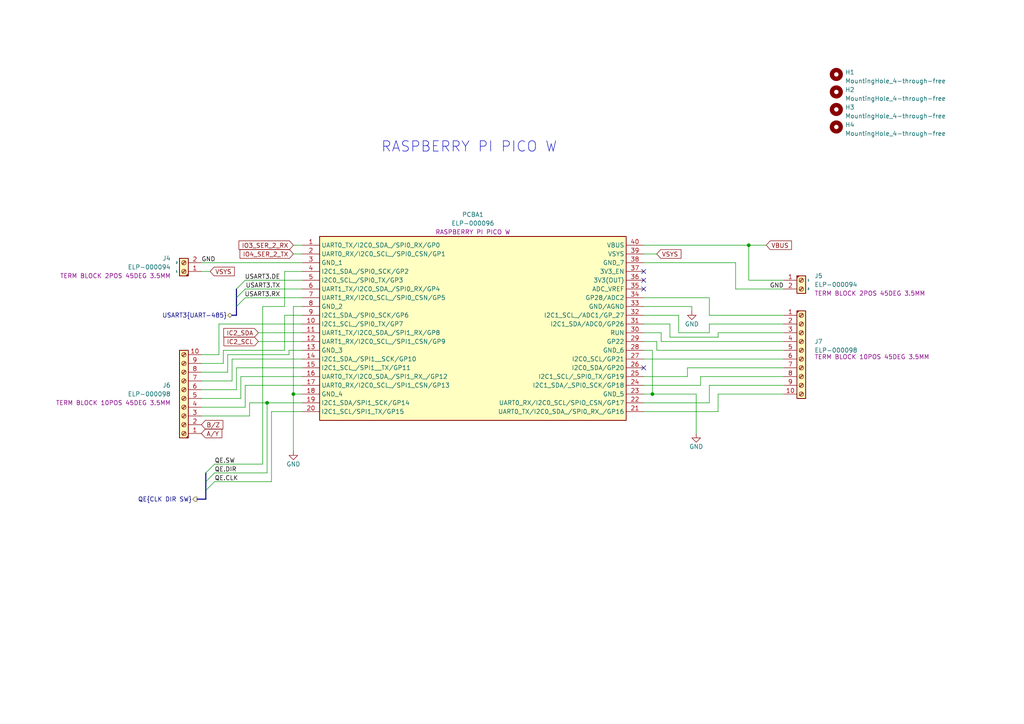
<source format=kicad_sch>
(kicad_sch (version 20230121) (generator eeschema)
  (paper "A4")
  (lib_symbols
    (symbol "1_EarthLCD:ELP-000094" (pin_names (offset 3))
      (property "Reference" "J" (at 1.27 2.54 0))
      (property "Value" "ELP-000094" (at 2.54 -2.54 0))
      (property "Info" "TERM BLOCK 2POS 45DEG 3.5MM" (at 2.54 -7.62 0))
      (symbol "ELP-000094_0_1"
        (polyline (pts (xy 1.27 -0.508) (xy 0.635 -1.27) (xy 1.27 -0.762) (xy 0.889 -1.27) (xy 1.27 -1.016)))
      )
      (symbol "ELP-000094_1_1"
        (rectangle (start -3.81 1.27) (end 1.27 -1.27) (stroke (width 0.254)) (fill (type background)))
        (circle (center -2.54 0) (radius 0.635) (stroke (width 0.1524)))
        (polyline (pts (xy -3.048 -0.3556) (xy -2.2098 0.508)) (stroke (width 0.1524)))
        (polyline (pts (xy -2.8702 -0.5334) (xy -2.032 0.3302)) (stroke (width 0.1524)))
        (polyline (pts (xy -0.508 -0.3556) (xy 0.3302 0.508)) (stroke (width 0.1524)))
        (polyline (pts (xy -0.3302 -0.5334) (xy 0.508 0.3302)) (stroke (width 0.1524)))
        (circle (center 0 0) (radius 0.635) (stroke (width 0.1524)))
        (pin passive line (at 0 -5.08 90) (length 3.81) (name "1") (number "1"))
        (pin passive line (at -2.54 -5.08 90) (length 3.81) (name "2") (number "2"))
      )
    )
    (symbol "1_EarthLCD:ELP-000096"
      (property "Reference" "PCBA" (at 6.35 5.08 0))
      (property "Value" "ELP-000096" (at 6.35 -53.34 0))
      (property "Info" "RASPBERRY PI PICO W" (at 16.51 -59.69 0))
      (symbol "ELP-000096_1_1"
        (rectangle (start 5.08 2.54) (end 93.98 -50.8) (stroke (width 0.254)) (fill (type background)))
        (pin passive line (at 0 0 0) (length 5.08) (name "UART0_TX/I2C0_SDA_/SPI0_RX/GP0") (number "1"))
        (pin passive line (at 0 -22.86 0) (length 5.08) (name "I2C1_SCL_/SPI0_TX/GP7") (number "10"))
        (pin passive line (at 0 -25.4 0) (length 5.08) (name "UART1_TX/I2C0_SDA_/SPI1_RX/GP8") (number "11"))
        (pin passive line (at 0 -27.94 0) (length 5.08) (name "UART1_RX/I2C0_SCL_/SPI1_CSN/GP9") (number "12"))
        (pin passive line (at 0 -30.48 0) (length 5.08) (name "GND_3") (number "13"))
        (pin passive line (at 0 -33.02 0) (length 5.08) (name "I2C1_SDA_/SPI1__SCK/GP10") (number "14"))
        (pin passive line (at 0 -35.56 0) (length 5.08) (name "I2C1_SCL_/SPI1__TX/GP11") (number "15"))
        (pin passive line (at 0 -38.1 0) (length 5.08) (name "UART0_TX/I2C0_SDA_/SPI1_RX_/GP12") (number "16"))
        (pin passive line (at 0 -40.64 0) (length 5.08) (name "UART0_RX/I2C0_SCL_/SPI1_CSN/GP13") (number "17"))
        (pin passive line (at 0 -43.18 0) (length 5.08) (name "GND_4") (number "18"))
        (pin passive line (at 0 -45.72 0) (length 5.08) (name "I2C1_SDA/SPI1_SCK/GP14") (number "19"))
        (pin passive line (at 0 -2.54 0) (length 5.08) (name "UART0_RX/I2C0_SCL_/SPI0_CSN/GP1") (number "2"))
        (pin passive line (at 0 -48.26 0) (length 5.08) (name "I2C1_SCL/SPI1_TX/GP15") (number "20"))
        (pin passive line (at 99.06 -48.26 180) (length 5.08) (name "UART0_TX/I2C0_SDA_/SPI0_RX_/GP16") (number "21"))
        (pin passive line (at 99.06 -45.72 180) (length 5.08) (name "UART0_RX/I2C0_SCL/SPIO_CSN/GP17") (number "22"))
        (pin passive line (at 99.06 -43.18 180) (length 5.08) (name "GND_5") (number "23"))
        (pin passive line (at 99.06 -40.64 180) (length 5.08) (name "I2C1_SDA/_SPI0_SCK/GP18") (number "24"))
        (pin passive line (at 99.06 -38.1 180) (length 5.08) (name "I2C1_SCL/_SPI0_TX/GP19") (number "25"))
        (pin passive line (at 99.06 -35.56 180) (length 5.08) (name "I2C0_SDA/GP20") (number "26"))
        (pin passive line (at 99.06 -33.02 180) (length 5.08) (name "I2C0_SCL/GP21") (number "27"))
        (pin passive line (at 99.06 -30.48 180) (length 5.08) (name "GND_6") (number "28"))
        (pin passive line (at 99.06 -27.94 180) (length 5.08) (name "GP22") (number "29"))
        (pin passive line (at 0 -5.08 0) (length 5.08) (name "GND_1") (number "3"))
        (pin passive line (at 99.06 -25.4 180) (length 5.08) (name "RUN") (number "30"))
        (pin passive line (at 99.06 -22.86 180) (length 5.08) (name "I2C1_SDA/ADC0/GP26") (number "31"))
        (pin passive line (at 99.06 -20.32 180) (length 5.08) (name "I2C1_SCL_/ADC1/GP_27") (number "32"))
        (pin passive line (at 99.06 -17.78 180) (length 5.08) (name "GND/AGND") (number "33"))
        (pin passive line (at 99.06 -15.24 180) (length 5.08) (name "GP28/ADC2") (number "34"))
        (pin passive line (at 99.06 -12.7 180) (length 5.08) (name "ADC_VREF") (number "35"))
        (pin passive line (at 99.06 -10.16 180) (length 5.08) (name "3V3(OUT)") (number "36"))
        (pin passive line (at 99.06 -7.62 180) (length 5.08) (name "3V3_EN") (number "37"))
        (pin passive line (at 99.06 -5.08 180) (length 5.08) (name "GND_7") (number "38"))
        (pin passive line (at 99.06 -2.54 180) (length 5.08) (name "VSYS") (number "39"))
        (pin passive line (at 0 -7.62 0) (length 5.08) (name "I2C1_SDA_/SPI0_SCK/GP2") (number "4"))
        (pin passive line (at 99.06 0 180) (length 5.08) (name "VBUS") (number "40"))
        (pin passive line (at 0 -10.16 0) (length 5.08) (name "I2C0_SCL_/SPI0_TX/GP3") (number "5"))
        (pin passive line (at 0 -12.7 0) (length 5.08) (name "UART1_TX/I2C0_SDA_/SPI0_RX/GP4") (number "6"))
        (pin passive line (at 0 -15.24 0) (length 5.08) (name "UART1_RX/I2C0_SCL_/SPI0_CSN/GP5") (number "7"))
        (pin passive line (at 0 -17.78 0) (length 5.08) (name "GND_2") (number "8"))
        (pin passive line (at 0 -20.32 0) (length 5.08) (name "I2C1_SDA_/SPI0_SCK/GP6") (number "9"))
      )
    )
    (symbol "1_EarthLCD:ELP-000098" (pin_names (offset 1.016) hide)
      (property "Reference" "J" (at 10.16 2.54 0))
      (property "Value" "ELP-000098" (at 12.7 -1.27 0))
      (property "Info" "TERM BLOCK 10POS 45DEG 3.5MM" (at 12.7 -6.35 0))
      (symbol "ELP-000098_0_1"
        (polyline (pts (xy 11.43 -0.635) (xy 10.795 -1.27) (xy 11.43 -0.762) (xy 11.049 -1.27) (xy 11.43 -1.016)))
      )
      (symbol "ELP-000098_1_1"
        (rectangle (start -13.97 1.27) (end 11.43 -1.27) (stroke (width 0.254)) (fill (type background)))
        (circle (center -12.7 0) (radius 0.635) (stroke (width 0.1524)))
        (circle (center -10.16 0) (radius 0.635) (stroke (width 0.1524)))
        (circle (center -7.62 0) (radius 0.635) (stroke (width 0.1524)))
        (circle (center -5.08 0) (radius 0.635) (stroke (width 0.1524)))
        (circle (center -2.54 0) (radius 0.635) (stroke (width 0.1524)))
        (polyline (pts (xy -13.208 -0.3556) (xy -12.3698 0.508)) (stroke (width 0.1524)))
        (polyline (pts (xy -13.0302 -0.5334) (xy -12.192 0.3302)) (stroke (width 0.1524)))
        (polyline (pts (xy -10.668 -0.3556) (xy -9.8298 0.508)) (stroke (width 0.1524)))
        (polyline (pts (xy -10.4902 -0.5334) (xy -9.652 0.3302)) (stroke (width 0.1524)))
        (polyline (pts (xy -8.128 -0.3556) (xy -7.2898 0.508)) (stroke (width 0.1524)))
        (polyline (pts (xy -7.9502 -0.5334) (xy -7.112 0.3302)) (stroke (width 0.1524)))
        (polyline (pts (xy -5.588 -0.3556) (xy -4.7498 0.508)) (stroke (width 0.1524)))
        (polyline (pts (xy -5.4102 -0.5334) (xy -4.572 0.3302)) (stroke (width 0.1524)))
        (polyline (pts (xy -3.048 -0.3556) (xy -2.2098 0.508)) (stroke (width 0.1524)))
        (polyline (pts (xy -2.8702 -0.5334) (xy -2.032 0.3302)) (stroke (width 0.1524)))
        (polyline (pts (xy -0.508 -0.3556) (xy 0.3302 0.508)) (stroke (width 0.1524)))
        (polyline (pts (xy -0.3302 -0.5334) (xy 0.508 0.3302)) (stroke (width 0.1524)))
        (polyline (pts (xy 2.032 -0.3556) (xy 2.8702 0.508)) (stroke (width 0.1524)))
        (polyline (pts (xy 2.2098 -0.5334) (xy 3.048 0.3302)) (stroke (width 0.1524)))
        (polyline (pts (xy 4.572 -0.3556) (xy 5.4102 0.508)) (stroke (width 0.1524)))
        (polyline (pts (xy 4.7498 -0.5334) (xy 5.588 0.3302)) (stroke (width 0.1524)))
        (polyline (pts (xy 7.112 -0.3556) (xy 7.9502 0.508)) (stroke (width 0.1524)))
        (polyline (pts (xy 7.2898 -0.5334) (xy 8.128 0.3302)) (stroke (width 0.1524)))
        (polyline (pts (xy 9.652 -0.3556) (xy 10.4902 0.508)) (stroke (width 0.1524)))
        (polyline (pts (xy 9.8298 -0.5334) (xy 10.668 0.3302)) (stroke (width 0.1524)))
        (circle (center 0 0) (radius 0.635) (stroke (width 0.1524)))
        (circle (center 2.54 0) (radius 0.635) (stroke (width 0.1524)))
        (circle (center 5.08 0) (radius 0.635) (stroke (width 0.1524)))
        (circle (center 7.62 0) (radius 0.635) (stroke (width 0.1524)))
        (circle (center 10.16 0) (radius 0.635) (stroke (width 0.1524)))
        (pin passive line (at 10.16 -5.08 90) (length 3.81) (name "Pin_1") (number "1"))
        (pin passive line (at -12.7 -5.08 90) (length 3.81) (name "Pin_10") (number "10"))
        (pin passive line (at 7.62 -5.08 90) (length 3.81) (name "Pin_2") (number "2"))
        (pin passive line (at 5.08 -5.08 90) (length 3.81) (name "Pin_3") (number "3"))
        (pin passive line (at 2.54 -5.08 90) (length 3.81) (name "Pin_4") (number "4"))
        (pin passive line (at 0 -5.08 90) (length 3.81) (name "Pin_5") (number "5"))
        (pin passive line (at -2.54 -5.08 90) (length 3.81) (name "Pin_6") (number "6"))
        (pin passive line (at -5.08 -5.08 90) (length 3.81) (name "Pin_7") (number "7"))
        (pin passive line (at -7.62 -5.08 90) (length 3.81) (name "Pin_8") (number "8"))
        (pin passive line (at -10.16 -5.08 90) (length 3.81) (name "Pin_9") (number "9"))
      )
    )
    (symbol "1_EarthLCD:MountingHole_4-through-free" (pin_numbers hide) (pin_names (offset 1.016) hide) (in_bom no)
      (property "Reference" "H" (at -2.54 3.81 90))
      (property "Value" "MountingHole_4-through-free" (at 0 3.81 90))
      (symbol "MountingHole_4-through-free_0_1"
        (circle (center 0 1.27) (radius 1.27) (stroke (width 1.27)))
      )
    )
    (symbol "power:GND" (power) (pin_names (offset 0))
      (property "Value" "GND" (at 0 -3.81 0))
      (symbol "GND_0_1"
        (polyline (pts (xy 0 0) (xy 0 -1.27) (xy 1.27 -1.27) (xy 0 -2.54) (xy -1.27 -1.27) (xy 0 -1.27)))
      )
      (symbol "GND_1_1"
        (pin power_in line (at 0 0 270) (length 0) hide (name "GND") (number "1"))
      )
    )
  )
  (junction (at 217.17 71.12))
  (junction (at 189.23 114.3))
  (junction (at 85.09 114.3))
  (junction (at 77.47 116.84))
  (no_connect (at 186.69 81.28))
  (no_connect (at 186.69 83.82))
  (no_connect (at 186.69 78.74))
  (no_connect (at 186.69 106.68))
  (bus_entry (at 59.69 137.16) (size 2.54 -2.54))
  (bus_entry (at 68.58 86.36) (size 2.54 -2.54))
  (bus_entry (at 59.69 139.7) (size 2.54 -2.54))
  (bus_entry (at 68.58 88.9) (size 2.54 -2.54))
  (bus_entry (at 59.69 142.24) (size 2.54 -2.54))
  (bus_entry (at 68.58 83.82) (size 2.54 -2.54))
  (wire (pts (xy 69.85 109.22) (xy 69.85 115.57)))
  (wire (pts (xy 205.74 86.36) (xy 205.74 91.44)))
  (wire (pts (xy 194.31 97.79) (xy 208.28 97.79)))
  (wire (pts (xy 186.69 114.3) (xy 189.23 114.3)))
  (wire (pts (xy 67.31 104.14) (xy 67.31 110.49)))
  (wire (pts (xy 227.33 106.68) (xy 199.39 106.68)))
  (bus (pts (xy 67.31 91.44) (xy 68.58 91.44)))
  (wire (pts (xy 217.17 71.12) (xy 222.25 71.12)))
  (wire (pts (xy 186.69 88.9) (xy 200.66 88.9)))
  (bus (pts (xy 68.58 91.44) (xy 68.58 88.9)))
  (wire (pts (xy 68.58 106.68) (xy 68.58 113.03)))
  (wire (pts (xy 78.74 119.38) (xy 87.63 119.38)))
  (wire (pts (xy 58.42 105.41) (xy 64.77 105.41)))
  (wire (pts (xy 77.47 116.84) (xy 87.63 116.84)))
  (wire (pts (xy 62.23 134.62) (xy 76.2 134.62)))
  (wire (pts (xy 62.23 137.16) (xy 77.47 137.16)))
  (wire (pts (xy 203.2 111.76) (xy 186.69 111.76)))
  (wire (pts (xy 190.5 99.06) (xy 190.5 101.6)))
  (wire (pts (xy 85.09 73.66) (xy 87.63 73.66)))
  (wire (pts (xy 76.2 88.9) (xy 82.55 88.9)))
  (wire (pts (xy 205.74 111.76) (xy 205.74 116.84)))
  (wire (pts (xy 74.93 99.06) (xy 87.63 99.06)))
  (wire (pts (xy 87.63 78.74) (xy 82.55 78.74)))
  (wire (pts (xy 66.04 107.95) (xy 58.42 107.95)))
  (wire (pts (xy 213.36 76.2) (xy 213.36 83.82)))
  (wire (pts (xy 60.96 78.74) (xy 58.42 78.74)))
  (wire (pts (xy 186.69 99.06) (xy 190.5 99.06)))
  (wire (pts (xy 82.55 101.6) (xy 64.77 101.6)))
  (wire (pts (xy 186.69 91.44) (xy 196.85 91.44)))
  (wire (pts (xy 74.93 96.52) (xy 87.63 96.52)))
  (wire (pts (xy 58.42 115.57) (xy 69.85 115.57)))
  (wire (pts (xy 71.12 111.76) (xy 71.12 118.11)))
  (wire (pts (xy 191.77 96.52) (xy 191.77 99.06)))
  (wire (pts (xy 71.12 81.28) (xy 87.63 81.28)))
  (wire (pts (xy 58.42 113.03) (xy 68.58 113.03)))
  (wire (pts (xy 69.85 109.22) (xy 87.63 109.22)))
  (wire (pts (xy 205.74 91.44) (xy 227.33 91.44)))
  (wire (pts (xy 199.39 106.68) (xy 199.39 109.22)))
  (wire (pts (xy 208.28 114.3) (xy 208.28 119.38)))
  (wire (pts (xy 189.23 114.3) (xy 201.93 114.3)))
  (wire (pts (xy 205.74 93.98) (xy 227.33 93.98)))
  (wire (pts (xy 217.17 71.12) (xy 186.69 71.12)))
  (wire (pts (xy 62.23 139.7) (xy 78.74 139.7)))
  (wire (pts (xy 87.63 88.9) (xy 85.09 88.9)))
  (wire (pts (xy 83.82 101.6) (xy 83.82 102.87)))
  (wire (pts (xy 213.36 83.82) (xy 227.33 83.82)))
  (wire (pts (xy 191.77 99.06) (xy 227.33 99.06)))
  (wire (pts (xy 82.55 91.44) (xy 82.55 101.6)))
  (wire (pts (xy 72.39 116.84) (xy 72.39 120.65)))
  (wire (pts (xy 82.55 91.44) (xy 87.63 91.44)))
  (wire (pts (xy 200.66 88.9) (xy 200.66 90.17)))
  (wire (pts (xy 71.12 111.76) (xy 87.63 111.76)))
  (wire (pts (xy 186.69 96.52) (xy 191.77 96.52)))
  (wire (pts (xy 71.12 86.36) (xy 87.63 86.36)))
  (wire (pts (xy 58.42 120.65) (xy 72.39 120.65)))
  (bus (pts (xy 57.15 144.78) (xy 59.69 144.78)))
  (wire (pts (xy 189.23 101.6) (xy 189.23 114.3)))
  (wire (pts (xy 227.33 109.22) (xy 203.2 109.22)))
  (wire (pts (xy 85.09 71.12) (xy 87.63 71.12)))
  (wire (pts (xy 77.47 116.84) (xy 77.47 137.16)))
  (wire (pts (xy 63.5 93.98) (xy 63.5 102.87)))
  (wire (pts (xy 201.93 114.3) (xy 201.93 125.73)))
  (wire (pts (xy 208.28 96.52) (xy 227.33 96.52)))
  (wire (pts (xy 196.85 96.52) (xy 205.74 96.52)))
  (bus (pts (xy 59.69 139.7) (xy 59.69 137.16)))
  (bus (pts (xy 68.58 86.36) (xy 68.58 83.82)))
  (wire (pts (xy 203.2 109.22) (xy 203.2 111.76)))
  (wire (pts (xy 190.5 73.66) (xy 186.69 73.66)))
  (wire (pts (xy 196.85 91.44) (xy 196.85 96.52)))
  (wire (pts (xy 64.77 101.6) (xy 64.77 105.41)))
  (wire (pts (xy 186.69 93.98) (xy 194.31 93.98)))
  (wire (pts (xy 66.04 102.87) (xy 66.04 107.95)))
  (wire (pts (xy 58.42 102.87) (xy 63.5 102.87)))
  (wire (pts (xy 194.31 93.98) (xy 194.31 97.79)))
  (wire (pts (xy 71.12 83.82) (xy 87.63 83.82)))
  (wire (pts (xy 58.42 118.11) (xy 71.12 118.11)))
  (wire (pts (xy 76.2 88.9) (xy 76.2 134.62)))
  (wire (pts (xy 208.28 114.3) (xy 227.33 114.3)))
  (wire (pts (xy 78.74 139.7) (xy 78.74 119.38)))
  (bus (pts (xy 59.69 142.24) (xy 59.69 139.7)))
  (wire (pts (xy 83.82 102.87) (xy 66.04 102.87)))
  (wire (pts (xy 85.09 114.3) (xy 87.63 114.3)))
  (wire (pts (xy 58.42 76.2) (xy 87.63 76.2)))
  (wire (pts (xy 186.69 109.22) (xy 199.39 109.22)))
  (wire (pts (xy 205.74 96.52) (xy 205.74 93.98)))
  (wire (pts (xy 87.63 101.6) (xy 83.82 101.6)))
  (wire (pts (xy 186.69 104.14) (xy 227.33 104.14)))
  (wire (pts (xy 208.28 97.79) (xy 208.28 96.52)))
  (wire (pts (xy 85.09 88.9) (xy 85.09 114.3)))
  (wire (pts (xy 82.55 78.74) (xy 82.55 88.9)))
  (wire (pts (xy 85.09 114.3) (xy 85.09 130.81)))
  (wire (pts (xy 227.33 111.76) (xy 205.74 111.76)))
  (wire (pts (xy 227.33 81.28) (xy 217.17 81.28)))
  (bus (pts (xy 59.69 144.78) (xy 59.69 142.24)))
  (bus (pts (xy 68.58 88.9) (xy 68.58 86.36)))
  (wire (pts (xy 87.63 106.68) (xy 68.58 106.68)))
  (wire (pts (xy 217.17 81.28) (xy 217.17 71.12)))
  (wire (pts (xy 72.39 116.84) (xy 77.47 116.84)))
  (wire (pts (xy 186.69 101.6) (xy 189.23 101.6)))
  (wire (pts (xy 87.63 104.14) (xy 67.31 104.14)))
  (wire (pts (xy 186.69 119.38) (xy 208.28 119.38)))
  (wire (pts (xy 58.42 110.49) (xy 67.31 110.49)))
  (wire (pts (xy 63.5 93.98) (xy 87.63 93.98)))
  (wire (pts (xy 186.69 76.2) (xy 213.36 76.2)))
  (wire (pts (xy 186.69 86.36) (xy 205.74 86.36)))
  (wire (pts (xy 205.74 116.84) (xy 186.69 116.84)))
  (wire (pts (xy 190.5 101.6) (xy 227.33 101.6)))
  (text "RASPBERRY PI PICO W" (at 110.49 44.45 0) (effects (font (size 3 3)) (justify left bottom)))
  (label "USART3.RX" (at 81.28 86.36 180))
  (label "QE.CLK" (at 62.23 139.7 0))
  (label "QE.DIR" (at 62.23 137.16 0))
  (label "GND" (at 227.33 83.82 180))
  (label "USART3.DE" (at 81.28 81.28 180))
  (label "USART3.TX" (at 81.28 83.82 180))
  (label "GND" (at 58.42 76.2 0))
  (label "QE.SW" (at 62.23 134.62 0))
  (global_label "IC2_SCL" (shape input) (at 74.93 99.06 180) (property "Intersheetrefs" "${INTERSHEET_REFS}" (effects hide)))
  (global_label "IC2_SDA" (shape input) (at 74.93 96.52 180) (property "Intersheetrefs" "${INTERSHEET_REFS}" (effects hide)))
  (global_label "VSYS" (shape input) (at 60.96 78.74 0) (property "Intersheetrefs" "${INTERSHEET_REFS}" (effects hide)))
  (global_label "VBUS" (shape input) (at 222.25 71.12 0) (property "Intersheetrefs" "${INTERSHEET_REFS}" (effects hide)))
  (global_label "IO4_SER_2_TX" (shape input) (at 85.09 73.66 180) (property "Intersheetrefs" "${INTERSHEET_REFS}" (effects hide)))
  (global_label "B{slash}Z" (shape input) (at 58.42 123.19 0) (property "Intersheetrefs" "${INTERSHEET_REFS}" (effects hide)))
  (global_label "VSYS" (shape input) (at 190.5 73.66 0) (property "Intersheetrefs" "${INTERSHEET_REFS}" (effects hide)))
  (global_label "A{slash}Y" (shape input) (at 58.42 125.73 0) (property "Intersheetrefs" "${INTERSHEET_REFS}" (effects hide)))
  (global_label "IO3_SER_2_RX" (shape input) (at 85.09 71.12 180) (property "Intersheetrefs" "${INTERSHEET_REFS}" (effects hide)))
  (hierarchical_label "USART3{UART-485}" (shape bidirectional) (at 67.31 91.44 180))
  (hierarchical_label "QE{CLK DIR SW}" (shape output) (at 57.15 144.78 180))
  (symbol (lib_id "1_EarthLCD:ELP-000098") (at 232.41 101.6 270) (mirror x) (unit 1)
    (property "Reference" "J7" (at 236.22 99.06 90) (effects (justify left)))
    (property "Value" "ELP-000098" (at 236.22 101.6 90) (effects (justify left)))
    (property "Footprint" "1_EarthLCD:ELP-000098" (effects hide))
    (property "Info" "TERM BLOCK 10POS 45DEG 3.5MM" (at 236.22 103.505 90) (effects (justify left)))
  )
  (symbol (lib_id "1_EarthLCD:ELP-000094") (at 53.34 78.74 90) (mirror x) (unit 1)
    (property "Reference" "J4" (at 49.53 74.93 90) (effects (justify left)))
    (property "Value" "ELP-000094" (at 49.53 77.47 90) (effects (justify left)))
    (property "Footprint" "1_EarthLCD:ELP-000094" (effects hide))
    (property "Info" "TERM BLOCK 2POS 45DEG 3.5MM" (at 49.53 80.01 90) (effects (justify left)))
  )
  (symbol (lib_id "1_EarthLCD:MountingHole_4-through-free") (at 242.57 33.02 0) (unit 1) (in_bom no)
    (property "Reference" "H3" (at 245.11 31.115 0) (effects (justify left)))
    (property "Value" "MountingHole_4-through-free" (at 245.11 33.655 0) (effects (justify left)))
    (property "Footprint" "1_EarthLCD:MountingHole_4-through-free" (effects hide))
  )
  (symbol (lib_id "power:GND") (at 201.93 125.73 0) (unit 1)
    (property "Reference" "#PWR02" (effects hide))
    (property "Value" "GND" (at 201.93 129.54 0))
    (instances (project "ezLCD-303-PicoPi-Breakout-Board" (path "" (reference "#PWR02") (unit 1)) (path "" (reference "#PWR013") (unit 1))) (project "PCB-2301" (path "" (reference "#PWR0135") (unit 1))))
  )
  (symbol (lib_id "1_EarthLCD:ELP-000096") (at 87.63 71.12 0) (unit 1)
    (property "Reference" "PCBA1" (at 137.16 62.23 0))
    (property "Value" "ELP-000096" (at 137.16 64.77 0))
    (property "Footprint" "1_EarthLCD:ELP-000096" (effects hide))
    (property "Info" "RASPBERRY PI PICO W" (at 137.16 67.31 0))
  )
  (symbol (lib_id "1_EarthLCD:ELP-000098") (at 53.34 115.57 90) (mirror x) (unit 1)
    (property "Reference" "J6" (at 49.53 111.76 90) (effects (justify left)))
    (property "Value" "ELP-000098" (at 49.53 114.3 90) (effects (justify left)))
    (property "Footprint" "1_EarthLCD:ELP-000098" (effects hide))
    (property "Info" "TERM BLOCK 10POS 45DEG 3.5MM" (at 49.53 116.84 90) (effects (justify left)))
  )
  (symbol (lib_id "power:GND") (at 200.66 90.17 0) (unit 1)
    (property "Reference" "#PWR02" (effects hide))
    (property "Value" "GND" (at 200.66 93.98 0))
    (instances (project "ezLCD-303-PicoPi-Breakout-Board" (path "" (reference "#PWR02") (unit 1)) (path "" (reference "#PWR012") (unit 1))) (project "PCB-2301" (path "" (reference "#PWR0135") (unit 1))))
  )
  (symbol (lib_id "1_EarthLCD:MountingHole_4-through-free") (at 242.57 27.94 0) (unit 1) (in_bom no)
    (property "Reference" "H2" (at 245.11 26.035 0) (effects (justify left)))
    (property "Value" "MountingHole_4-through-free" (at 245.11 28.575 0) (effects (justify left)))
    (property "Footprint" "1_EarthLCD:MountingHole_4-through-free" (effects hide))
  )
  (symbol (lib_id "1_EarthLCD:MountingHole_4-through-free") (at 242.57 22.86 0) (unit 1) (in_bom no)
    (property "Reference" "H1" (at 245.11 20.955 0) (effects (justify left)))
    (property "Value" "MountingHole_4-through-free" (at 245.11 23.495 0) (effects (justify left)))
    (property "Footprint" "1_EarthLCD:MountingHole_4-through-free" (effects hide))
  )
  (symbol (lib_id "1_EarthLCD:MountingHole_4-through-free") (at 242.57 38.1 0) (unit 1) (in_bom no)
    (property "Reference" "H4" (at 245.11 36.195 0) (effects (justify left)))
    (property "Value" "MountingHole_4-through-free" (at 245.11 38.735 0) (effects (justify left)))
    (property "Footprint" "1_EarthLCD:MountingHole_4-through-free" (effects hide))
  )
  (symbol (lib_id "power:GND") (at 85.09 130.81 0) (unit 1)
    (property "Reference" "#PWR02" (effects hide))
    (property "Value" "GND" (at 85.09 134.62 0))
    (instances (project "ezLCD-303-PicoPi-Breakout-Board" (path "" (reference "#PWR02") (unit 1)) (path "" (reference "#PWR011") (unit 1))) (project "PCB-2301" (path "" (reference "#PWR0135") (unit 1))))
  )
  (symbol (lib_id "1_EarthLCD:ELP-000094") (at 232.41 81.28 270) (mirror x) (unit 1)
    (property "Reference" "J5" (at 236.22 80.01 90) (effects (justify left)))
    (property "Value" "ELP-000094" (at 236.22 82.55 90) (effects (justify left)))
    (property "Footprint" "1_EarthLCD:ELP-000094" (effects hide))
    (property "Info" "TERM BLOCK 2POS 45DEG 3.5MM" (at 236.22 85.09 90) (effects (justify left)))
  )
)
</source>
